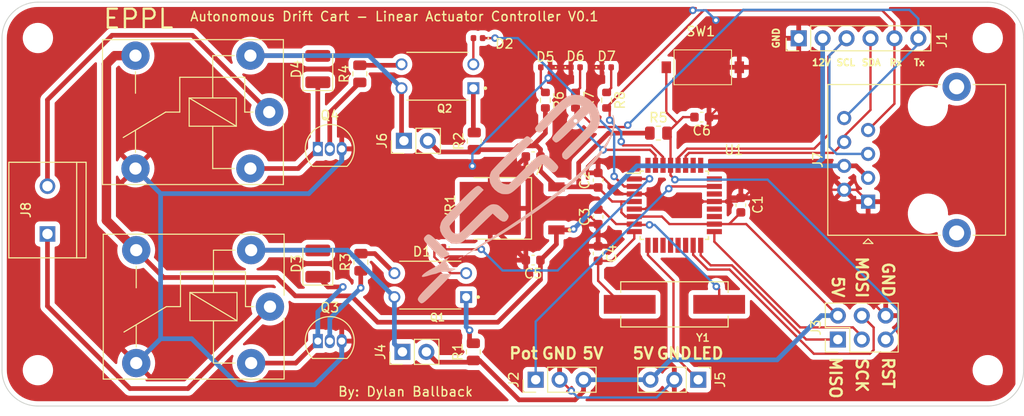
<source format=kicad_pcb>
(kicad_pcb (version 20211014) (generator pcbnew)
  (layers (0 "F.Cu" signal) (31 "B.Cu" signal) (34 "B.Paste" user) (35 "F.Paste" user) (36 "B.SilkS" user "B.Silkscreen") (37 "F.SilkS" user "F.Silkscreen") (38 "B.Mask" user) (39 "F.Mask" user) (44 "Edge.Cuts" user))
  (net 0 "")
  (net 1 "+5V")
  (net 2 "GND")
  (net 3 "Net-(C3-Pad2)")
  (net 4 "Net-(C4-Pad2)")
  (net 5 "+12V")
  (net 6 "/Reset")
  (net 7 "/Relay1")
  (net 8 "Net-(D1-Pad2)")
  (net 9 "/Relay2")
  (net 10 "Net-(D2-Pad2)")
  (net 11 "Net-(D3-Pad1)")
  (net 12 "Net-(D3-Pad2)")
  (net 13 "Net-(D4-Pad1)")
  (net 14 "Net-(D4-Pad2)")
  (net 15 "Net-(D5-Pad2)")
  (net 16 "Net-(D6-Pad2)")
  (net 17 "Net-(D7-Pad2)")
  (net 18 "/SCL")
  (net 19 "/SDA")
  (net 20 "/RXD")
  (net 21 "/TXD")
  (net 22 "/pot")
  (net 23 "/MISO")
  (net 24 "/SCK")
  (net 25 "/MOSI")
  (net 26 "/LED")
  (net 27 "Motor-")
  (net 28 "Motor+")
  (net 29 "Net-(Q1-Pad1)")
  (net 30 "Net-(Q1-Pad3)")
  (net 31 "Net-(Q2-Pad1)")
  (net 32 "Net-(Q2-Pad3)")
  (net 33 "Net-(Q3-Pad2)")
  (net 34 "Net-(Q4-Pad2)")
  (footprint "Connector_PinHeader_2.54mm:PinHeader_1x02_P2.54mm_Vertical" (layer "F.Cu") (at 141.825 105.75 90)
    (fp_text reference "J4")
    (fp_text value "~")
  )
  (footprint "LED_SMD:LED_0402_1005Metric" (layer "F.Cu") (at 163.5 75.5)
    (fp_text reference "D7")
    (fp_text value "LED")
  )
  (footprint "LED_SMD:LED_0402_1005Metric" (layer "F.Cu") (at 160.2 75.5)
    (fp_text reference "D6")
    (fp_text value "LED")
  )
  (footprint "dylan:DIP762W50P254L650H458Q4B" (layer "F.Cu") (at 144.78 98.6555 180)
    (fp_text reference "Q1")
    (fp_text value "~" hide)
  )
  (footprint "Resistor_SMD:R_0603_1608Metric" (layer "F.Cu") (at 157 79 -90)
    (fp_text reference "R6")
    (fp_text value "300")
  )
  (footprint "LED_SMD:LED_0402_1005Metric" (layer "F.Cu") (at 157 75.5 180)
    (fp_text reference "D5")
    (fp_text value "LED")
  )
  (footprint "Resistor_SMD:R_0805_2012Metric" (layer "F.Cu") (at 149.352 105.75 90)
    (fp_text reference "R1")
    (fp_text value "1K")
  )
  (footprint "Connector_PinHeader_2.54mm:PinHeader_1x06_P2.54mm_Vertical" (layer "F.Cu") (at 183.896 72.42 90)
    (fp_text reference "J1")
    (fp_text value "Pwr/Coms" hide)
  )
  (footprint "LED_SMD:LED_0402_1005Metric" (layer "F.Cu") (at 145.7 94.6 180)
    (fp_text reference "D1")
    (fp_text value "LED1" hide)
  )
  (footprint "Connector_PinHeader_2.54mm:PinHeader_1x03_P2.54mm_Vertical" (layer "F.Cu") (at 173.228 108.712 -90)
    (fp_text reference "J5")
    (fp_text value "LED")
  )
  (footprint "Capacitor_SMD:C_0603_1608Metric" (layer "F.Cu") (at 162.6 87.5 90)
    (fp_text reference "C2")
    (fp_text value "100nF")
  )
  (footprint "Diode_SMD:D_1210_3225Metric" (layer "F.Cu") (at 132.842 96.3695 90)
    (fp_text reference "D3")
    (fp_text value "~")
  )
  (footprint "Diode_SMD:D_1210_3225Metric" (layer "F.Cu") (at 132.842 75.692 90)
    (fp_text reference "D4")
    (fp_text value "~")
  )
  (footprint "Connector_PinHeader_2.54mm:PinHeader_1x02_P2.54mm_Vertical" (layer "F.Cu") (at 141.981 83.312 90)
    (fp_text reference "J6")
    (fp_text value "~")
  )
  (footprint "Resistor_SMD:R_0805_2012Metric" (layer "F.Cu") (at 137.3 76.2 90)
    (fp_text reference "R4")
    (fp_text value "1K")
  )
  (footprint "dylan:TO228P991X255-3N" (layer "F.Cu") (at 153.4675 90.5 180)
    (fp_text reference "VR1")
    (fp_text value "LM78M05CDTX_NOPB")
  )
  (footprint "Package_QFP:TQFP-32_7x7mm_P0.8mm" (layer "F.Cu") (at 170.688 90.17)
    (fp_text reference "U1")
    (fp_text value "ATmega328P-AU" hide)
  )
  (footprint "Resistor_SMD:R_0603_1608Metric" (layer "F.Cu") (at 163.5 79 -90)
    (fp_text reference "R8")
    (fp_text value "300")
  )
  (footprint "dylan:PTS636SK25SMTRLFS" (layer "F.Cu") (at 173.7125 75.5)
    (fp_text reference "SW1")
    (fp_text value "SW_Push" hide)
  )
  (footprint "Resistor_SMD:R_0805_2012Metric" (layer "F.Cu") (at 149.45 83.35 90)
    (fp_text reference "R2")
    (fp_text value "1K")
  )
  (footprint "LED_SMD:LED_0402_1005Metric" (layer "F.Cu") (at 149.85 72.4 180)
    (fp_text reference "D2")
    (fp_text value "LED2" hide)
  )
  (footprint "Resistor_SMD:R_0805_2012Metric" (layer "F.Cu") (at 137.414 96.219 90)
    (fp_text reference "R3")
    (fp_text value "1K")
  )
  (footprint "Capacitor_SMD:C_0603_1608Metric" (layer "F.Cu") (at 173.6 80.8 180)
    (fp_text reference "C6")
    (fp_text value "100nF")
  )
  (footprint "Capacitor_SMD:C_0603_1608Metric" (layer "F.Cu") (at 155.7 96 180)
    (fp_text reference "C5")
    (fp_text value "0.33 uF")
  )
  (footprint "dylan:XTAL_ECS-160-20-5PXDN-TR" (layer "F.Cu") (at 170.7 100.7 180)
    (fp_text reference "Y1")
    (fp_text value "Crystal")
  )
  (footprint "MountingHole:MountingHole_2.2mm_M2" (layer "F.Cu") (at 203.962 72.39)
    (fp_text reference "H2" hide)
    (fp_text value "MountingHole" hide)
  )
  (footprint "dylan:TE_282837-2" (layer "F.Cu") (at 104.14 90.678 90)
    (fp_text reference "J8")
    (fp_text value "~")
  )
  (footprint "Capacitor_SMD:C_0603_1608Metric" (layer "F.Cu") (at 177.75 90.15 90)
    (fp_text reference "C1")
    (fp_text value "100nF")
  )
  (footprint "MountingHole:MountingHole_2.2mm_M2" (layer "F.Cu") (at 103.124 72.39)
    (fp_text reference "H4" hide)
    (fp_text value "MountingHole" hide)
  )
  (footprint "Capacitor_SMD:C_0603_1608Metric" (layer "F.Cu") (at 162.6 95.3 -90)
    (fp_text reference "C4")
    (fp_text value "22pf")
  )
  (footprint "Package_TO_SOT_THT:TO-92_Inline" (layer "F.Cu") (at 132.842 104.6035)
    (fp_text reference "Q3")
    (fp_text value "~")
  )
  (footprint "Connector_PinHeader_2.54mm:PinHeader_1x03_P2.54mm_Vertical" (layer "F.Cu") (at 155.971 108.712 90)
    (fp_text reference "J2")
    (fp_text value "Pot")
  )
  (footprint "MountingHole:MountingHole_2.2mm_M2" (layer "F.Cu") (at 103.124 107.696 90)
    (fp_text reference "H1" hide)
    (fp_text value "MountingHole" hide)
  )
  (footprint "Connector_RJ:RJ45_Ninigi_GE" (layer "F.Cu") (at 191.262 89.789 90)
    (fp_text reference "J7")
    (fp_text value "8P8C")
  )
  (footprint "Resistor_SMD:R_0805_2012Metric" (layer "F.Cu") (at 169 82.5)
    (fp_text reference "R5")
    (fp_text value "10k")
  )
  (footprint "Capacitor_SMD:C_0603_1608Metric" (layer "F.Cu") (at 155.7 85 180)
    (fp_text reference "C7")
    (fp_text value "0.1uF")
  )
  (footprint "Resistor_SMD:R_0603_1608Metric" (layer "F.Cu") (at 160.2 79 -90)
    (fp_text reference "R7")
    (fp_text value "300")
  )
  (footprint "Connector_PinHeader_2.54mm:PinHeader_2x03_P2.54mm_Vertical" (layer "F.Cu") (at 188.05 104.438 90)
    (fp_text reference "J3")
    (fp_text value "Bootloader Pins" hide)
  )
  (footprint "MountingHole:MountingHole_2.2mm_M2" (layer "F.Cu") (at 203.962 107.696)
    (fp_text reference "H3" hide)
    (fp_text value "MountingHole" hide)
  )
  (footprint "Relay_THT:Relay_SPDT_Finder_36.11" (layer "F.Cu") (at 127.762 100.9415 180)
    (fp_text reference "K1" hide)
    (fp_text value "~")
  )
  (footprint "Relay_THT:Relay_SPDT_Finder_36.11" (layer "F.Cu") (at 127.684 80.264 180)
    (fp_text reference "K2" hide)
    (fp_text value "~")
  )
  (footprint "Capacitor_SMD:C_0603_1608Metric" (layer "F.Cu") (at 162.6 91.4 90)
    (fp_text reference "C3")
    (fp_text value "22pf")
  )
  (footprint "Package_TO_SOT_THT:TO-92_Inline" (layer "F.Cu") (at 132.842 84.18)
    (fp_text reference "Q4")
    (fp_text value "~")
  )
  (footprint "dylan:DIP762W50P254L650H458Q4B" (layer "F.Cu") (at 145.542 76.454 180)
    (fp_text reference "Q2")
    (fp_text value "~" hide)
  )
  (footprint "dylan:eppl_logo2" (layer "B.Cu") (at 152.9 89.85 -135)
    (fp_text reference "G***" hide)
    (fp_text value "LOGO" hide)
  )
  (gr_arc (start 207.772 107.696) (mid 206.656077 110.390077) (end 203.962 111.506) (layer "Edge.Cuts") (width 0.1))
  (gr_line (start 207.772 72.39) (end 207.772 107.696) (layer "Edge.Cuts") (width 0.1))
  (gr_arc (start 203.962 68.58) (mid 206.656077 69.695923) (end 207.772 72.39) (layer "Edge.Cuts") (width 0.1))
  (gr_arc (start 103.124 111.506) (mid 100.429923 110.390077) (end 99.314 107.696) (layer "Edge.Cuts") (width 0.1))
  (gr_line (start 103.124 111.506) (end 203.962 111.506) (layer "Edge.Cuts") (width 0.1))
  (gr_arc (start 99.314 72.39) (mid 100.429923 69.695923) (end 103.124 68.58) (layer "Edge.Cuts") (width 0.1))
  (gr_line (start 99.314 72.39) (end 99.314 107.696) (layer "Edge.Cuts") (width 0.1))
  (gr_line (start 103.124 68.58) (end 203.962 68.58) (layer "Edge.Cuts") (width 0.1))
  (gr_text "SDA" (at 191.6 75) (layer "F.SilkS") (effects (font (size 0.7 0.7) (thickness 0.175))))
  (gr_text "RST\n" (at 193.384 107.994 270) (layer "F.SilkS") (effects (font (size 1.2 1.2) (thickness 0.25))))
  (gr_text "EPPL" (at 113.792 70.358) (layer "F.SilkS") (effects (font (size 2 2) (thickness 0.25))))
  (gr_text "GND" (at 170.688 105.918) (layer "F.SilkS") (effects (font (size 1.2 1.2) (thickness 0.25))))
  (gr_text "12V" (at 186.3 75) (layer "F.SilkS") (effects (font (size 0.7 0.7) (thickness 0.175))))
  (gr_text "5V" (at 162.052 105.918) (layer "F.SilkS") (effects (font (size 1.2 1.2) (thickness 0.25))))
  (gr_text "SCK" (at 190.59 108.248 270) (layer "F.SilkS") (effects (font (size 1.2 1.2) (thickness 0.25))))
  (gr_text "LED" (at 174.244 105.918) (layer "F.SilkS") (effects (font (size 1.2 1.2) (thickness 0.25))))
  (gr_text "GND" (at 158.496 105.918) (layer "F.SilkS") (effects (font (size 1.2 1.2) (thickness 0.25))))
  (gr_text "SCL" (at 188.9 75) (layer "F.SilkS") (effects (font (size 0.7 0.7) (thickness 0.175))))
  (gr_text "By: Dylan Ballback" (at 142.15 109.982) (layer "F.SilkS") (effects (font (size 1 1))))
  (gr_text "Autonomous Drift Cart - Linear Actuator Controller V0.1" (at 140.97 70.104) (layer "F.SilkS") (effects (font (size 1 1))))
  (gr_text "GND" (at 181.5 72.4 90) (layer "F.SilkS") (effects (font (size 0.7 0.7) (thickness 0.175))))
  (gr_text "MOSI" (at 190.59 97.834 270) (layer "F.SilkS") (effects (font (size 1.2 1.2) (thickness 0.25))))
  (gr_text "5V" (at 167.386 105.918) (layer "F.SilkS") (effects (font (size 1.2 1.2) (thickness 0.25))))
  (gr_text "GND" (at 193.384 98.088 270) (layer "F.SilkS") (effects (font (size 1.2 1.2) (thickness 0.25))))
  (gr_text "Pot" (at 154.686 105.918) (layer "F.SilkS") (effects (font (size 1.2 1.2) (thickness 0.25))))
  (gr_text "MISO" (at 187.796 108.502 270) (layer "F.SilkS") (effects (font (size 1.2 1.2) (thickness 0.25))))
  (gr_text "Tx" (at 196.7 75) (layer "F.SilkS") (effects (font (size 0.7 0.7) (thickness 0.175))))
  (gr_text "Rx" (at 194.2 75) (layer "F.SilkS") (effects (font (size 0.7 0.7) (thickness 0.175))))
  (gr_text "5V" (at 188.05 98.85 270) (layer "F.SilkS") (effects (font (size 1.2 1.2) (thickness 0.25))))
  (segment (start 158.1675 88.215) (end 160.535 88.215) (width 0.5) (layer "F.Cu") (net 1))
  (segment (start 165.07 89.77) (end 165.07 90.926022) (width 0.25) (layer "F.Cu") (net 1))
  (segment (start 160.535 85.665) (end 163.7 82.5) (width 0.5) (layer "F.Cu") (net 1))
  (segment (start 149.45 84.2625) (end 153.7375 84.2625) (width 0.5) (layer "F.Cu") (net 1))
  (segment (start 160.15 110.85) (end 161.051 109.949) (width 0.5) (layer "F.Cu") (net 1))
  (segment (start 156.475 86.5225) (end 158.1675 88.215) (width 0.5) (layer "F.Cu") (net 1))
  (segment (start 166.438 91.37) (end 169.37 91.37) (width 0.25) (layer "F.Cu") (net 1))
  (segment (start 157 79.825) (end 157 82.5) (width 0.5) (layer "F.Cu") (net 1))
  (segment (start 165.07 89.77) (end 166.438 89.77) (width 0.25) (layer "F.Cu") (net 1))
  (segment (start 161.051 109.949) (end 161.051 108.712) (width 0.5) (layer "F.Cu") (net 1))
  (segment (start 169.37 91.37) (end 170.17 92.17) (width 0.25) (layer "F.Cu") (net 1))
  (segment (start 150.0125 106.6625) (end 154.2 110.85) (width 0.5) (layer "F.Cu") (net 1))
  (segment (start 165.07 90.926022) (end 165.513978 91.37) (width 0.25) (layer "F.Cu") (net 1))
  (segment (start 145.465 106.85) (end 149.1645 106.85) (width 0.5) (layer "F.Cu") (net 1))
  (segment (start 149.1645 106.85) (end 149.352 106.6625) (width 0.5) (layer "F.Cu") (net 1))
  (segment (start 164.095 89.77) (end 165.07 89.77) (width 0.25) (layer "F.Cu") (net 1))
  (segment (start 177.75 90.925) (end 176.505 92.17) (width 0.25) (layer "F.Cu") (net 1))
  (segment (start 149.2125 84.5) (end 149.45 84.2625) (width 0.5) (layer "F.Cu") (net 1))
  (segment (start 160.535 88.215) (end 160.535 85.665) (width 0.5) (layer "F.Cu") (net 1))
  (segment (start 165.513978 91.37) (end 166.438 91.37) (width 0.25) (layer "F.Cu") (net 1))
  (segment (start 162.6 88.275) (end 164.095 89.77) (width 0.25) (layer "F.Cu") (net 1))
  (segment (start 160.535 88.215) (end 162.54 88.215) (width 0.5) (layer "F.Cu") (net 1))
  (segment (start 144.521 83.312) (end 145.709 84.5) (width 0.5) (layer "F.Cu") (net 1))
  (segment (start 176.505 92.17) (end 174.938 92.17) (width 0.25) (layer "F.Cu") (net 1))
  (segment (start 178.322 92.17) (end 188.05 101.898) (width 0.25) (layer "F.Cu") (net 1))
  (segment (start 155.65 83.85) (end 156.1 83.85) (width 0.5) (layer "F.Cu") (net 1))
  (segment (start 156.475 85) (end 156.475 86.5225) (width 0.5) (layer "F.Cu") (net 1))
  (segment (start 144.365 105.75) (end 145.465 106.85) (width 0.5) (layer "F.Cu") (net 1))
  (segment (start 154.15 83.85) (end 155.65 83.85) (width 0.5) (layer "F.Cu") (net 1))
  (segment (start 170.17 92.17) (end 174.938 92.17) (width 0.25) (layer "F.Cu") (net 1))
  (segment (start 162.54 88.215) (end 162.6 88.275) (width 0.5) (layer "F.Cu") (net 1))
  (segment (start 153.7375 84.2625) (end 154.15 83.85) (width 0.5) (layer "F.Cu") (net 1))
  (segment (start 176.505 92.17) (end 178.322 92.17) (width 0.25) (layer "F.Cu") (net 1))
  (segment (start 145.709 84.5) (end 149.2125 84.5) (width 0.5) (layer "F.Cu") (net 1))
  (segment (start 163.7 82.5) (end 168.0875 82.5) (width 0.5) (layer "F.Cu") (net 1))
  (segment (start 149.352 106.6625) (end 150.0125 106.6625) (width 0.5) (layer "F.Cu") (net 1))
  (segment (start 157 82.5) (end 155.65 83.85) (width 0.5) (layer "F.Cu") (net 1))
  (segment (start 156.1 83.85) (end 156.475 84.225) (width 0.5) (layer "F.Cu") (net 1))
  (segment (start 156.475 84.225) (end 156.475 85) (width 0.5) (layer "F.Cu") (net 1))
  (segment (start 154.2 110.85) (end 160.15 110.85) (width 0.5) (layer "F.Cu") (net 1))
  (segment (start 170.26 106.6) (end 181.6 106.6) (width 0.5) (layer "B.Cu") (net 1))
  (segment (start 181.6 106.6) (end 186.302 101.898) (width 0.5) (layer "B.Cu") (net 1))
  (segment (start 186.302 101.898) (end 188.05 101.898) (width 0.5) (layer "B.Cu") (net 1))
  (segment (start 161.051 108.712) (end 168.148 108.712) (width 0.5) (layer "B.Cu") (net 1))
  (segment (start 168.148 108.712) (end 170.26 106.6) (width 0.5) (layer "B.Cu") (net 1))
  (segment (start 154.925 85) (end 154.925 86.7225) (width 0.5) (layer "F.Cu") (net 2))
  (segment (start 167.57 88.97) (end 168.1 89.5) (width 0.25) (layer "F.Cu") (net 2))
  (segment (start 177.5875 77.5875) (end 174.375 80.8) (width 0.25) (layer "F.Cu") (net 2))
  (segment (start 159.715 75.035) (end 160.05 74.7) (width 0.25) (layer "F.Cu") (net 2))
  (segment (start 177.5875 75.5) (end 179.516 75.5) (width 0.25) (layer "F.Cu") (net 2))
  (segment (start 162.6 92.175) (end 162.6 94.525) (width 0.25) (layer "F.Cu") (net 2))
  (segment (start 174.938 89.77) (end 177.355 89.77) (width 0.25) (layer "F.Cu") (net 2))
  (segment (start 158.562 108.712) (end 159.75 109.9) (width 0.25) (layer "F.Cu") (net 2))
  (segment (start 189.992 88.519) (end 191.262 89.789) (width 0.25) (layer "F.Cu") (net 2))
  (segment (start 168.1 89.85) (end 168.1 90.3) (width 0.25) (layer "F.Cu") (net 2))
  (segment (start 160.05 74.7) (end 161.45 74.7) (width 0.25) (layer "F.Cu") (net 2))
  (segment (start 168.18 89.77) (end 174.938 89.77) (width 0.25) (layer "F.Cu") (net 2))
  (segment (start 177.5875 72.9875) (end 177.5875 75.5) (width 0.25) (layer "F.Cu") (net 2))
  (segment (start 178.575 88.825) (end 178.025 89.375) (width 0.25) (layer "F.Cu") (net 2))
  (segment (start 177.355 89.77) (end 177.75 89.375) (width 0.25) (layer "F.Cu") (net 2))
  (segment (start 161.45 74.7) (end 167.4 74.7) (width 0.25) (layer "F.Cu") (net 2))
  (segment (start 158.511 108.712) (end 158.562 108.712) (width 0.25) (layer "F.Cu") (net 2))
  (segment (start 162.65 74.7) (end 163.015 75.065) (width 0.25) (layer "F.Cu") (net 2))
  (segment (start 157.485 76.465) (end 157.3 76.65) (width 0.25) (layer "F.Cu") (net 2))
  (segment (start 154.925 85) (end 153.925 86) (width 0.5) (layer "F.Cu") (net 2))
  (segment (start 168.1 89.85) (end 168.18 89.77) (width 0.25) (layer "F.Cu") (net 2))
  (segment (start 151.1475 92.2225) (end 154.925 96) (width 0.5) (layer "F.Cu") (net 2))
  (segment (start 177.5875 75.5) (end 177.5875 77.5875) (width 0.25) (layer "F.Cu") (net 2))
  (segment (start 168.1 89.5) (end 168.1 89.85) (width 0.25) (layer "F.Cu") (net 2))
  (segment (start 178.025 89.375) (end 177.75 89.375) (width 0.25) (layer "F.Cu") (net 2))
  (segment (start 191.262 100.03) (end 193.13 101.898) (width 0.25) (layer "F.Cu") (net 2))
  (segment (start 162.6 92.175) (end 160.925 90.5) (width 0.25) (layer "F.Cu") (net 2))
  (segment (start 179.516 75.5) (end 182.596 72.42) (width 0.25) (layer "F.Cu") (net 2))
  (segment (start 163.015 75.065) (end 163.015 75.5) (width 0.25) (layer "F.Cu") (net 2))
  (segment (start 164.845 88.97) (end 166.438 88.97) (width 0.25) (layer "F.Cu") (net 2))
  (segment (start 154.925 86.7225) (end 151.1475 90.5) (width 0.5) (layer "F.Cu") (net 2))
  (segment (start 167.4 74.7) (end 172.65 69.45) (width 0.25) (layer "F.Cu") (net 2))
  (segment (start 168.1 90.3) (end 167.83 90.57) (width 0.25) (layer "F.Cu") (net 2))
  (segment (start 188.722 88.519) (end 189.992 88.519) (width 0.25) (layer "F.Cu") (net 2))
  (segment (start 166.438 88.97) (end 167.57 88.97) (width 0.25) (layer "F.Cu") (net 2))
  (segment (start 162.6 86.725) (end 164.845 88.97) (width 0.25) (layer "F.Cu") (net 2))
  (segment (start 142.85 90.5) (end 151.1475 90.5) (width 0.5) (layer "F.Cu") (net 2))
  (segment (start 151.1475 90.5) (end 151.1475 92.2225) (width 0.5) (layer "F.Cu") (net 2))
  (segment (start 178.881 88.519) (end 178.575 88.825) (width 0.25) (layer "F.Cu") (net 2))
  (segment (start 157.485 75.5) (end 157.485 76.465) (width 0.25) (layer "F.Cu") (net 2))
  (segment (start 159.715 75.5) (end 159.715 75.035) (width 0.25) (layer "F.Cu") (net 2))
  (segment (start 157.485 75.5) (end 159.715 75.5) (width 0.25) (layer "F.Cu") (net 2))
  (segment (start 161.45 74.7) (end 162.65 74.7) (width 0.25) (layer "F.Cu") (net 2))
  (segment (start 167.83 90.57) (end 166.438 90.57) (width 0.25) (layer "F.Cu") (net 2))
  (segment (start 136.53 84.18) (end 142.85 90.5) (width 0.5) (layer "F.Cu") (net 2))
  (segment (start 188.722 88.519) (end 178.881 88.519) (width 0.25) (layer "F.Cu") (net 2))
  (segment (start 182.596 72.42) (end 183.896 72.42) (width 0.25) (layer "F.Cu") (net 2))
  (segment (start 153.925 86) (end 149.25 86) (width 0.5) (layer "F.Cu") (net 2))
  (segment (start 135.382 84.18) (end 136.53 84.18) (width 0.5) (layer "F.Cu") (net 2))
  (segment (start 160.925 90.5) (end 151.1475 90.5) (width 0.25) (layer "F.Cu") (net 2))
  (segment (start 175.1 70.5) (end 177.5875 72.9875) (width 0.25) (layer "F.Cu") (net 2))
  (segment (start 191.262 89.789) (end 191.262 100.03) (width 0.25) (layer "F.Cu") (net 2))
  (via (at 159.75 109.9) (size 0.8) (drill 0.4) (layers "F.Cu" "B.Cu") (net 2))
  (via (at 172.65 69.45) (size 0.8) (drill 0.4) (layers "F.Cu" "B.Cu") (net 2))
  (via (at 149.25 86) (size 0.8) (drill 0.4) (layers "F.Cu" "B.Cu") (net 2))
  (via (at 157.3 76.65) (size 0.8) (drill 0.4) (layers "F.Cu" "B.Cu") (net 2))
  (via (at 175.1 70.5) (size 0.8) (drill 0.4) (layers "F.Cu" "B.Cu") (net 2))
  (segment (start 132.5 109.25) (end 135.382 106.368) (width 0.5) (layer "B.Cu") (net 2))
  (segment (start 135.382 85.43) (end 135.382 84.18) (width 0.5) (layer "B.Cu") (net 2))
  (segment (start 119.4535 104.3535) (end 124.35 109.25) (width 0.5) (layer "B.Cu") (net 2))
  (segment (start 157.3 76.65) (end 149.25 84.7) (width 0.25) (layer "B.Cu") (net 2))
  (segment (start 174.05 69.45) (end 175.1 70.5) (width 0.25) (layer "B.Cu") (net 2))
  (segment (start 116.15 104.3535) (end 113.562 106.9415) (width 0.5) (layer "B.Cu") (net 2))
  (segment (start 131.882 88.93) (end 135.382 85.43) (width 0.5) (layer "B.Cu") (net 2))
  (segment (start 113.484 86.264) (end 116.15 88.93) (width 0.5) (layer "B.Cu") (net 2))
  (segment (start 124.35 109.25) (end 132.5 109.25) (width 0.5) (layer "B.Cu") (net 2))
  (segment (start 159.75 109.9) (end 160.45 110.6) (width 0.25) (layer "B.Cu") (net 2))
  (segment (start 135.382 106.368) (end 135.382 104.6035) (width 0.5) (layer "B.Cu") (net 2))
  (segment (start 168.8 110.6) (end 170.688 108.712) (width 0.25) (layer "B.Cu") (net 2))
  (segment (start 149.25 84.7) (end 149.25 86) (width 0.25) (layer "B.Cu") (net 2))
  (segment (start 116.15 88.93) (end 116.15 104.3535) (width 0.5) (layer "B.Cu") (net 2))
  (segment (start 116.15 88.93) (end 131.882 88.93) (width 0.5) (layer "B.Cu") (net 2))
  (segment (start 160.45 110.6) (end 168.8 110.6) (width 0.25) (layer "B.Cu") (net 2))
  (segment (start 172.65 69.45) (end 174.05 69.45) (width 0.25) (layer "B.Cu") (net 2))
  (segment (start 116.15 104.3535) (end 119.4535 104.3535) (width 0.5) (layer "B.Cu") (net 2))
  (segment (start 162.6 90.625) (end 162.975 90.625) (width 0.25) (layer "F.Cu") (net 3))
  (segment (start 168.05 92.25) (end 166.518 92.25) (width 0.25) (layer "F.Cu") (net 3))
  (segment (start 175.45 99.1) (end 175.15 98.8) (width 0.25) (layer "F.Cu") (net 3))
  (segment (start 162.975 90.625) (end 164.52 92.17) (width 0.25) (layer "F.Cu") (net 3))
  (segment (start 175.45 100.7) (end 175.45 99.1) (width 0.25) (layer "F.Cu") (net 3))
  (segment (start 164.52 92.17) (end 166.438 92.17) (width 0.25) (layer "F.Cu") (net 3))
  (segment (start 166.518 92.25) (end 166.438 92.17) (width 0.25) (layer "F.Cu") (net 3))
  (via (at 175.15 98.8) (size 0.8) (drill 0.4) (layers "F.Cu" "B.Cu") (net 3))
  (via (at 168.05 92.25) (size 0.8) (drill 0.4) (layers "F.Cu" "B.Cu") (net 3))
  (segment (start 175.15 98.8) (end 168.6 92.25) (width 0.25) (layer "B.Cu") (net 3))
  (segment (start 168.6 92.25) (end 168.05 92.25) (width 0.25) (layer "B.Cu") (net 3))
  (segment (start 165.1 100.7) (end 165.95 100.7) (width 0.25) (layer "F.Cu") (net 4))
  (segment (start 162.6 96.075) (end 162.6 98.2) (width 0.25) (layer "F.Cu") (net 4))
  (segment (start 166.438 93.712) (end 164.075 96.075) (width 0.25) (layer "F.Cu") (net 4))
  (segment (start 162.6 98.2) (end 165.1 100.7) (width 0.25) (layer "F.Cu") (net 4))
  (segment (start 166.438 92.97) (end 166.438 93.712) (width 0.25) (layer "F.Cu") (net 4))
  (segment (start 164.075 96.075) (end 162.6 96.075) (width 0.25) (layer "F.Cu") (net 4))
  (segment (start 158.1675 92.785) (end 158.1675 94.3075) (width 0.5) (layer "F.Cu") (net 5))
  (segment (start 151.95 102.6) (end 139.2 102.6) (width 0.5) (layer "F.Cu") (net 5))
  (segment (start 156.475 96) (end 156.475 98.075) (width 0.5) (layer "F.Cu") (net 5))
  (segment (start 113.484 74.264) (end 111.286 74.264) (width 1) (layer "F.Cu") (net 5))
  (segment (start 139.2 102.6) (end 136.4 99.8) (width 0.5) (layer "F.Cu") (net 5))
  (segment (start 156.475 98.075) (end 151.95 102.6) (width 0.5) (layer "F.Cu") (net 5))
  (segment (start 158.1675 94.3075) (end 156.475 96) (width 0.5) (layer "F.Cu") (net 5))
  (segment (start 189.992 85.979) (end 191.262 87.249) (width 0.5) (layer "F.Cu") (net 5))
  (segment (start 159.915 92.785) (end 160 92.7) (width 0.5) (layer "F.Cu") (net 5))
  (segment (start 128.5 97.85) (end 116.4705 97.85) (width 0.5) (layer "F.Cu") (net 5))
  (segment (start 130.45 99.8) (end 128.5 97.85) (width 0.5) (layer "F.Cu") (net 5))
  (segment (start 110.4 91.7795) (end 113.562 94.9415) (width 1) (layer "F.Cu") (net 5))
  (segment (start 116.4705 97.85) (end 113.562 94.9415) (width 0.5) (layer "F.Cu") (net 5))
  (segment (start 111.286 74.264) (end 110.4 75.15) (width 1) (layer "F.Cu") (net 5))
  (segment (start 110.4 75.15) (end 110.4 91.7795) (width 1) (layer "F.Cu") (net 5))
  (segment (start 188.722 85.979) (end 189.992 85.979) (width 0.5) (layer "F.Cu") (net 5))
  (segment (start 158.1675 92.785) (end 159.915 92.785) (width 0.5) (layer "F.Cu") (net 5))
  (segment (start 136.4 99.8) (end 130.45 99.8) (width 0.5) (layer "F.Cu") (net 5))
  (via (at 160 92.7) (size 0.8) (drill 0.4) (layers "F.Cu" "B.Cu") (net 5))
  (segment (start 185.671 85.979) (end 188.722 85.979) (width 0.5) (layer "B.Cu") (net 5))
  (segment (start 186.436 85.214) (end 186.436 72.42) (width 0.5) (layer "B.Cu") (net 5))
  (segment (start 185.671 85.979) (end 186.436 85.214) (width 0.5) (layer "B.Cu") (net 5))
  (segment (start 166.721 85.979) (end 185.671 85.979) (width 0.5) (layer "B.Cu") (net 5))
  (segment (start 160 92.7) (end 166.721 85.979) (width 0.5) (layer "B.Cu") (net 5))
  (segment (start 169.8375 75.5) (end 169.8375 80.2875) (width 0.25) (layer "F.Cu") (net 6))
  (segment (start 170.288 86.9835) (end 170.288 85.92) (width 0.25) (layer "F.Cu") (net 6))
  (segment (start 169.8375 80.2875) (end 170.98125 81.43125) (width 0.25) (layer "F.Cu") (net 6))
  (segment (start 170.75 87.4455) (end 170.288 86.9835) (width 0.25) (layer "F.Cu") (net 6))
  (segment (start 170.98125 81.43125) (end 169.9125 82.5) (width 0.25) (layer "F.Cu") (net 6))
  (segment (start 170.288 82.8755) (end 169.9125 82.5) (width 0.25) (layer "F.Cu") (net 6))
  (segment (start 171.6125 80.8) (end 170.98125 81.43125) (width 0.25) (layer "F.Cu") (net 6))
  (segment (start 172.825 80.8) (end 171.6125 80.8) (width 0.25) (layer "F.Cu") (net 6))
  (segment (start 170.288 85.92) (end 170.288 82.8755) (width 0.25) (layer "F.Cu") (net 6))
  (via (at 170.75 87.4455) (size 0.8) (drill 0.4) (layers "F.Cu" "B.Cu") (net 6))
  (segment (start 194.45 103.118) (end 194.45 101.3) (width 0.25) (layer "B.Cu") (net 6))
  (segment (start 194.45 101.3) (end 180.5955 87.4455) (width 0.25) (layer "B.Cu") (net 6))
  (segment (start 193.13 104.438) (end 194.45 103.118) (width 0.25) (layer "B.Cu") (net 6))
  (segment (start 180.5955 87.4455) (end 170.75 87.4455) (width 0.25) (layer "B.Cu") (net 6))
  (segment (start 150.2 94.85) (end 146.435 94.85) (width 0.25) (layer "F.Cu") (net 7))
  (segment (start 168.03 87.37) (end 168.05 87.35) (width 0.25) (layer "F.Cu") (net 7))
  (segment (start 146.435 94.85) (end 146.185 94.6) (width 0.25) (layer "F.Cu") (net 7))
  (segment (start 166.438 87.37) (end 168.03 87.37) (width 0.25) (layer "F.Cu") (net 7))
  (via (at 150.2 94.85) (size 0.8) (drill 0.4) (layers "F.Cu" "B.Cu") (net 7))
  (via (at 168.05 87.35) (size 0.8) (drill 0.4) (layers "F.Cu" "B.Cu") (net 7))
  (segment (start 152.45 97.1) (end 150.2 94.85) (width 0.25) (layer "B.Cu") (net 7))
  (segment (start 158.3 97.1) (end 152.45 97.1) (width 0.25) (layer "B.Cu") (net 7))
  (segment (start 168.05 87.35) (end 158.3 97.1) (width 0.25) (layer "B.Cu") (net 7))
  (segment (start 145.215 94.6) (end 145.215 95.665) (width 0.25) (layer "F.Cu") (net 8))
  (segment (start 146.9355 97.3855) (end 148.59 97.3855) (width 0.25) (layer "F.Cu") (net 8))
  (segment (start 145.215 95.665) (end 146.9355 97.3855) (width 0.25) (layer "F.Cu") (net 8))
  (segment (start 166.438 88.17) (end 165.37 88.17) (width 0.25) (layer "F.Cu") (net 9))
  (segment (start 165.37 88.17) (end 164.3 87.1) (width 0.25) (layer "F.Cu") (net 9))
  (segment (start 151.65 72.4) (end 150.335 72.4) (width 0.25) (layer "F.Cu") (net 9))
  (via (at 164.3 87.1) (size 0.8) (drill 0.4) (layers "F.Cu" "B.Cu") (net 9))
  (via (at 151.65 72.4) (size 0.8) (drill 0.4) (layers "F.Cu" "B.Cu") (net 9))
  (segment (start 164.3 82.625386) (end 154.074614 72.4) (width 0.25) (layer "B.Cu") (net 9))
  (segment (start 154.074614 72.4) (end 151.65 72.4) (width 0.25) (layer "B.Cu") (net 9))
  (segment (start 164.3 87.1) (end 164.3 82.625386) (width 0.25) (layer "B.Cu") (net 9))
  (segment (start 149.365 72.4) (end 149.352 72.413) (width 0.25) (layer "F.Cu") (net 10))
  (segment (start 149.352 72.413) (end 149.352 75.184) (width 0.25) (layer "F.Cu") (net 10))
  (segment (start 135.5 98.85) (end 133.9225 98.85) (width 0.5) (layer "F.Cu") (net 11))
  (segment (start 125.762 106.9415) (end 130.504 106.9415) (width 0.5) (layer "F.Cu") (net 11))
  (segment (start 133.9225 98.85) (end 132.842 97.7695) (width 0.5) (layer "F.Cu") (net 11))
  (segment (start 130.504 106.9415) (end 132.842 104.6035) (width 0.5) (layer "F.Cu") (net 11))
  (via (at 135.5 98.85) (size 0.8) (drill 0.4) (layers "F.Cu" "B.Cu") (net 11))
  (segment (start 132.842 104.6035) (end 132.842 101.508) (width 0.5) (layer "B.Cu") (net 11))
  (segment (start 132.842 101.508) (end 135.5 98.85) (width 0.5) (layer "B.Cu") (net 11))
  (segment (start 132.842 94.9695) (end 132.814 94.9415) (width 0.5) (layer "F.Cu") (net 12))
  (segment (start 132.814 94.9415) (end 125.762 94.9415) (width 0.5) (layer "F.Cu") (net 12))
  (segment (start 140.97 99.9255) (end 140.97 104.895) (width 0.5) (layer "B.Cu") (net 12))
  (segment (start 135.986 94.9415) (end 125.762 94.9415) (width 0.5) (layer "B.Cu") (net 12))
  (segment (start 140.97 99.9255) (end 135.986 94.9415) (width 0.5) (layer "B.Cu") (net 12))
  (segment (start 140.97 104.895) (end 141.825 105.75) (width 0.5) (layer "B.Cu") (net 12))
  (segment (start 125.684 86.264) (end 130.758 86.264) (width 0.5) (layer "F.Cu") (net 13))
  (segment (start 130.758 86.264) (end 132.842 84.18) (width 0.5) (layer "F.Cu") (net 13))
  (segment (start 132.842 77.092) (end 132.842 84.18) (width 0.5) (layer "F.Cu") (net 13))
  (segment (start 141.732 83.063) (end 141.981 83.312) (width 0.5) (layer "F.Cu") (net 14))
  (segment (start 125.684 74.264) (end 132.814 74.264) (width 0.5) (layer "F.Cu") (net 14))
  (segment (start 141.732 77.724) (end 141.732 83.063) (width 0.5) (layer "F.Cu") (net 14))
  (segment (start 132.814 74.264) (end 132.842 74.292) (width 0.5) (layer "F.Cu") (net 14))
  (segment (start 125.684 74.264) (end 138.272 74.264) (width 0.5) (layer "B.Cu") (net 14))
  (segment (start 138.272 74.264) (end 141.732 77.724) (width 0.5) (layer "B.Cu") (net 14))
  (segment (start 156.515 77.69) (end 157 78.175) (width 0.25) (layer "F.Cu") (net 15))
  (segment (start 156.515 75.5) (end 156.515 77.69) (width 0.25) (layer "F.Cu") (net 15))
  (segment (start 160.685 77.69) (end 160.2 78.175) (width 0.25) (layer "F.Cu") (net 16))
  (segment (start 160.685 75.5) (end 160.685 77.69) (width 0.25) (layer "F.Cu") (net 16))
  (segment (start 163.985 75.5) (end 163.985 77.69) (width 0.25) (layer "F.Cu") (net 17))
  (segment (start 163.985 77.69) (end 163.5 78.175) (width 0.25) (layer "F.Cu") (net 17))
  (segment (start 171.088 85.92) (end 171.088 85.112) (width 0.25) (layer "F.Cu") (net 18))
  (segment (start 172.04952 84.15048) (end 185.54952 84.15048) (width 0.25) (layer "F.Cu") (net 18))
  (segment (start 187.05 74.346) (end 188.976 72.42) (width 0.25) (layer "F.Cu") (net 18))
  (segment (start 171.088 85.112) (end 172.04952 84.15048) (width 0.25) (layer "F.Cu") (net 18))
  (segment (start 185.54952 84.15048) (end 187.05 82.65) (width 0.25) (layer "F.Cu") (net 18))
  (segment (start 187.05 82.65) (end 187.05 74.346) (width 0.25) (layer "F.Cu") (net 18))
  (segment (start 187.15 83.95) (end 187.15 74.246) (width 0.25) (layer "B.Cu") (net 18))
  (segment (start 187.15 74.246) (end 188.976 72.42) (width 0.25) (layer "B.Cu") (net 18))
  (segment (start 187.909 84.709) (end 187.15 83.95) (width 0.25) (layer "B.Cu") (net 18))
  (segment (start 191.262 84.709) (end 187.909 84.709) (width 0.25) (layer "B.Cu") (net 18))
  (segment (start 187.561 84.6) (end 188.722 83.439) (width 0.25) (layer "F.Cu") (net 19))
  (segment (start 171.888 84.962) (end 172.25 84.6) (width 0.25) (layer "F.Cu") (net 19))
  (segment (start 171.888 85.92) (end 171.888 84.962) (width 0.25) (layer "F.Cu") (net 19))
  (segment (start 191.516 80.034) (end 188.722 82.828) (width 0.25) (layer "F.Cu") (net 19))
  (segment (start 188.722 82.828) (end 188.722 83.439) (width 0.25) (layer "F.Cu") (net 19))
  (segment (start 191.516 80.034) (end 191.516 72.42) (width 0.25) (layer "F.Cu") (net 19))
  (segment (start 172.25 84.6) (end 187.561 84.6) (width 0.25) (layer "F.Cu") (net 19))
  (segment (start 194.056 79.375) (end 191.262 82.169) (width 0.25) (layer "F.Cu") (net 20))
  (segment (start 163.5 79.825) (end 163.5 79.75) (width 0.25) (layer "F.Cu") (net 20))
  (segment (start 168.301859 83.848141) (end 168.253718 83.8) (width 0.25) (layer "F.Cu") (net 20))
  (segment (start 194.056 79.375) (end 194.056 72.42) (width 0.25) (layer "F.Cu") (net 20))
  (segment (start 173.8 69.45) (end 192.75 69.45) (width 0.25) (layer "F.Cu") (net 20))
  (segment (start 163.824606 80.149606) (end 163.5 79.825) (width 0.25) (layer "F.Cu") (net 20))
  (segment (start 169.488 85.92) (end 169.488 85.034283) (width 0.25) (layer "F.Cu") (net 20))
  (segment (start 169.488 85.034283) (end 168.301859 83.848141) (width 0.25) (layer "F.Cu") (net 20))
  (segment (start 168.253718 83.8) (end 165.25 83.8) (width 0.25) (layer "F.Cu") (net 20))
  (segment (start 165.05 83.6) (end 165.05 83.4) (width 0.25) (layer "F.Cu") (net 20))
  (segment (start 163.5 79.75) (end 173.8 69.45) (width 0.25) (layer "F.Cu") (net 20))
  (segment (start 194.056 70.756) (end 194.056 72.42) (width 0.25) (layer "F.Cu") (net 20))
  (segment (start 192.75 69.45) (end 194.056 70.756) (width 0.25) (layer "F.Cu") (net 20))
  (segment (start 163.824606 81.125394) (end 163.824606 80.149606) (width 0.25) (layer "F.Cu") (net 20))
  (segment (start 165.25 83.8) (end 165.05 83.6) (width 0.25) (layer "F.Cu") (net 20))
  (via (at 165.05 83.4) (size 0.8) (drill 0.4) (layers "F.Cu" "B.Cu") (net 20))
  (via (at 163.824606 81.125394) (size 0.8) (drill 0.4) (layers "F.Cu" "B.Cu") (net 20))
  (segment (start 165.05 82.350788) (end 163.824606 81.125394) (width 0.25) (layer "B.Cu") (net 20))
  (segment (start 165.05 83.4) (end 165.05 82.350788) (width 0.25) (layer "B.Cu") (net 20))
  (segment (start 168.688 84.87) (end 168.093688 84.275688) (width 0.25) (layer "F.Cu") (net 21))
  (segment (start 160.2 81.2) (end 160.2 79.825) (width 0.25) (layer "F.Cu") (net 21))
  (segment (start 165.5505 81.85) (end 165.75 81.6505) (width 0.25) (layer "F.Cu") (net 21))
  (segment (start 168.093688 84.275688) (end 163.125688 84.275688) (width 0.25) (layer "F.Cu") (net 21))
  (segment (start 160.2 79.825) (end 162.225 81.85) (width 0.25) (layer "F.Cu") (net 21))
  (segment (start 163.35 81.85) (end 165.5505 81.85) (width 0.25) (layer "F.Cu") (net 21))
  (segment (start 168.688 85.92) (end 168.688 84.87) (width 0.25) (layer "F.Cu") (net 21))
  (segment (start 162.225 81.85) (end 163.35 81.85) (width 0.25) (layer "F.Cu") (net 21))
  (via (at 160.2 81.2) (size 0.8) (drill 0.4) (layers "F.Cu" "B.Cu") (net 21))
  (via (at 165.75 81.6505) (size 0.8) (drill 0.4) (layers "F.Cu" "B.Cu") (net 21))
  (via (at 163.125688 84.275688) (size 0.8) (drill 0.4) (layers "F.Cu" "B.Cu") (net 21))
  (segment (start 178.0005 69.4) (end 195.65 69.4) (width 0.25) (layer "B.Cu") (net 21))
  (segment (start 188.722 80.899) (end 196.596 73.025) (width 0.25) (layer "B.Cu") (net 21))
  (segment (start 160.2 81.35) (end 160.2 81.2) (width 0.25) (layer "B.Cu") (net 21))
  (segment (start 196.596 73.025) (end 196.596 72.42) (width 0.25) (layer "B.Cu") (net 21))
  (segment (start 195.65 69.4) (end 196.596 70.346) (width 0.25) (layer "B.Cu") (net 21))
  (segment (start 163.125688 84.275688) (end 160.2 81.35) (width 0.25) (layer "B.Cu") (net 21))
  (segment (start 196.596 70.346) (end 196.596 72.42) (width 0.25) (layer "B.Cu") (net 21))
  (segment (start 165.75 81.6505) (end 178.0005 69.4) (width 0.25) (layer "B.Cu") (net 21))
  (segment (start 170.33 88.17) (end 174.938 88.17) (width 0.25) (layer "F.Cu") (net 22))
  (segment (start 170.1 88.4) (end 170.33 88.17) (width 0.25) (layer "F.Cu") (net 22))
  (via (at 170.1 88.4) (size 0.8) (drill 0.4) (layers "F.Cu" "B.Cu") (net 22))
  (segment (start 155.971 108.712) (end 155.971 102.529) (width 0.25) (layer "B.Cu") (net 22))
  (segment (start 155.971 102.529) (end 170.1 88.4) (width 0.25) (layer "B.Cu") (net 22))
  (segment (start 176.80048 96.55048) (end 184.688 104.438) (width 0.25) (layer "F.Cu") (net 23))
  (segment (start 184.688 104.438) (end 188.05 104.438) (width 0.25) (layer "F.Cu") (net 23))
  (segment (start 174.55048 96.55048) (end 176.80048 96.55048) (width 0.25) (layer "F.Cu") (net 23))
  (segment (start 173.488 95.488) (end 174.55048 96.55048) (width 0.25) (layer "F.Cu") (net 23))
  (segment (start 173.488 94.42) (end 173.488 95.488) (width 0.25) (layer "F.Cu") (net 23))
  (segment (start 189.65 103.15) (end 184.05 103.15) (width 0.25) (layer "F.Cu") (net 24))
  (segment (start 190.59 104.438) (end 190.59 104.09) (width 0.25) (layer "F.Cu") (net 24))
  (segment (start 174.938 94.038) (end 174.938 92.97) (width 0.25) (layer "F.Cu") (net 24))
  (segment (start 190.59 104.09) (end 189.65 103.15) (width 0.25) (layer "F.Cu") (net 24))
  (segment (start 184.05 103.15) (end 174.938 94.038) (width 0.25) (layer "F.Cu") (net 24))
  (segment (start 176.55 97) (end 174.25 97) (width 0.25) (layer "F.Cu") (net 25))
  (segment (start 191.85 103.158) (end 191.85 105.55) (width 0.25) (layer "F.Cu") (net 25))
  (segment (start 185.5 105.95) (end 176.55 97) (width 0.25) (layer "F.Cu") (net 25))
  (segment (start 174.25 97) (end 172.688 95.438) (width 0.25) (layer "F.Cu") (net 25))
  (segment (start 191.45 105.95) (end 185.5 105.95) (width 0.25) (layer "F.Cu") (net 25))
  (segment (start 190.59 101.898) (end 191.85 103.158) (width 0.25) (layer "F.Cu") (net 25))
  (segment (start 191.85 105.55) (end 191.45 105.95) (width 0.25) (layer "F.Cu") (net 25))
  (segment (start 172.688 95.438) (end 172.688 94.42) (width 0.25) (layer "F.Cu") (net 25))
  (segment (start 170.6 98.182) (end 170.6 106.084) (width 0.25) (layer "F.Cu") (net 26))
  (segment (start 167.888 95.47) (end 170.6 98.182) (width 0.25) (layer "F.Cu") (net 26))
  (segment (start 167.888 94.42) (end 167.888 95.47) (width 0.25) (layer "F.Cu") (net 26))
  (segment (start 170.6 106.084) (end 173.228 108.712) (width 0.25) (layer "F.Cu") (net 26))
  (segment (start 112.9 109.65) (end 119.0535 109.65) (width 0.5) (layer "F.Cu") (net 27))
  (segment (start 104.14 93.218) (end 104.14 100.89) (width 0.5) (layer "F.Cu") (net 27))
  (segment (start 119.0535 109.65) (end 127.762 100.9415) (width 0.5) (layer "F.Cu") (net 27))
  (segment (start 104.14 100.89) (end 112.9 109.65) (width 0.5) (layer "F.Cu") (net 27))
  (segment (start 111 72.1) (end 119.52 72.1) (width 0.5) (layer "F.Cu") (net 28))
  (segment (start 104.14 88.138) (end 104.14 78.96) (width 0.5) (layer "F.Cu") (net 28))
  (segment (start 119.52 72.1) (end 127.684 80.264) (width 0.5) (layer "F.Cu") (net 28))
  (segment (start 104.14 78.96) (end 111 72.1) (width 0.5) (layer "F.Cu") (net 28))
  (segment (start 148.95 104.4355) (end 149.352 104.8375) (width 0.5) (layer "F.Cu") (net 29))
  (segment (start 148.95 103.4495) (end 148.95 104.4355) (width 0.5) (layer "F.Cu") (net 29))
  (via (at 148.95 103.4495) (size 0.8) (drill 0.4) (layers "F.Cu" "B.Cu") (net 29))
  (segment (start 148.59 103.0895) (end 148.95 103.4495) (width 0.5) (layer "B.Cu") (net 29))
  (segment (start 148.59 99.9255) (end 148.59 103.0895) (width 0.5) (layer "B.Cu") (net 29))
  (segment (start 138.891 95.3065) (end 140.97 97.3855) (width 0.5) (layer "F.Cu") (net 30))
  (segment (start 137.414 95.3065) (end 138.891 95.3065) (width 0.5) (layer "F.Cu") (net 30))
  (segment (start 149.352 82.3395) (end 149.45 82.4375) (width 0.5) (layer "F.Cu") (net 31))
  (segment (start 149.352 77.724) (end 149.352 82.3395) (width 0.5) (layer "F.Cu") (net 31))
  (segment (start 137.3 75.2875) (end 141.6285 75.2875) (width 0.5) (layer "F.Cu") (net 32))
  (segment (start 141.6285 75.2875) (end 141.732 75.184) (width 0.5) (layer "F.Cu") (net 32))
  (segment (start 137.4 98.95) (end 137.4 97.1455) (width 0.5) (layer "F.Cu") (net 33))
  (segment (start 137.4 97.1455) (end 137.414 97.1315) (width 0.5) (layer "F.Cu") (net 33))
  (via (at 137.4 98.95) (size 0.8) (drill 0.4) (layers "F.Cu" "B.Cu") (net 33))
  (segment (start 134.112 104.6035) (end 134.112 102.238) (width 0.5) (layer "B.Cu") (net 33))
  (segment (start 134.112 102.238) (end 137.4 98.95) (width 0.5) (layer "B.Cu") (net 33))
  (segment (start 134.112 80.3005) (end 137.3 77.1125) (width 0.5) (layer "F.Cu") (net 34))
  (segment (start 134.112 84.18) (end 134.112 80.3005) (width 0.5) (layer "F.Cu") (net 34))
  (zone (net 2) (net_name "GND") (layer "F.Cu") (connect_pads (clearance 0.508)) (min_thickness 0.254) (fill yes (thermal_gap 0.508) (thermal_bridge_width 0.508))
    (polygon (pts (xy 206.9 112.55) (xy 99.1 112.55) (xy 99.4 68.4) (xy 206.9 68.35)))
  )
)
</source>
